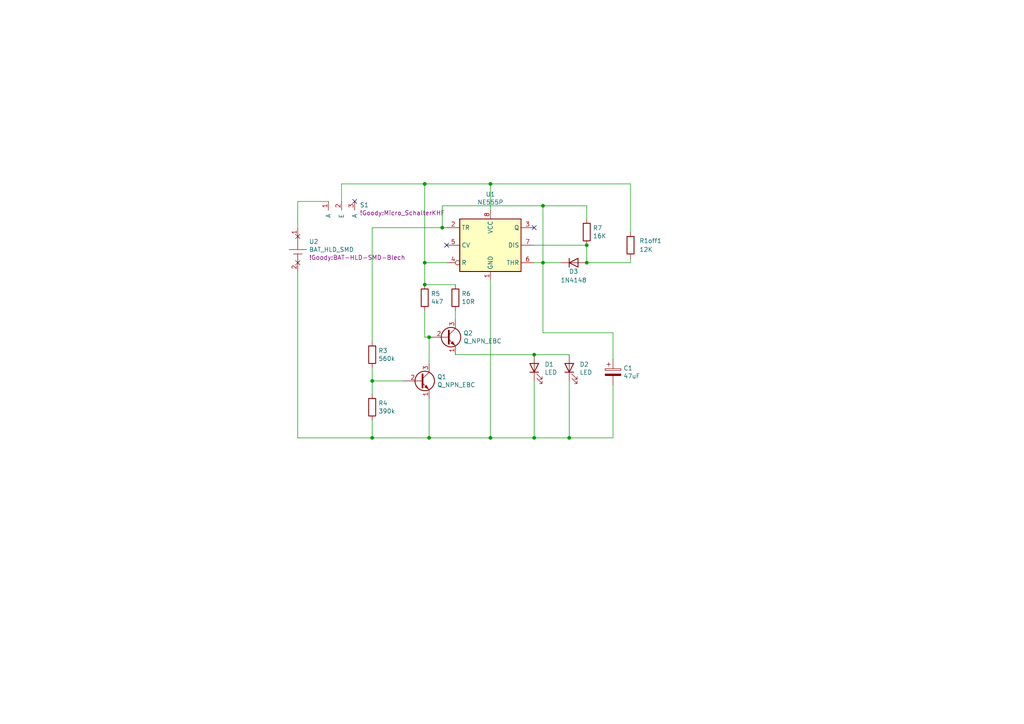
<source format=kicad_sch>
(kicad_sch
	(version 20250114)
	(generator "eeschema")
	(generator_version "9.0")
	(uuid "e22e6835-6b9a-4078-8e1d-bfc6c8c5ed88")
	(paper "A4")
	(lib_symbols
		(symbol "!Goody:BAT_HLD_SMD"
			(pin_names
				(offset 1.016)
			)
			(exclude_from_sim no)
			(in_bom yes)
			(on_board yes)
			(property "Reference" "U"
				(at -5.08 0 0)
				(effects
					(font
						(size 1.27 1.27)
					)
				)
			)
			(property "Value" "BAT_HLD_SMD"
				(at -10.16 3.81 0)
				(effects
					(font
						(size 1.27 1.27)
					)
				)
			)
			(property "Footprint" "KHF_LIB:BAT-HLD-SMD"
				(at -15.24 6.35 0)
				(effects
					(font
						(size 1.27 1.27)
					)
				)
			)
			(property "Datasheet" ""
				(at -5.08 0 0)
				(effects
					(font
						(size 1.27 1.27)
					)
					(hide yes)
				)
			)
			(property "Description" "2032 SMD"
				(at 0 0 0)
				(effects
					(font
						(size 1.27 1.27)
					)
					(hide yes)
				)
			)
			(symbol "BAT_HLD_SMD_0_1"
				(rectangle
					(start -1.27 0)
					(end -2.54 0)
					(stroke
						(width 0)
						(type solid)
					)
					(fill
						(type none)
					)
				)
				(rectangle
					(start -1.27 0)
					(end 1.27 0)
					(stroke
						(width 0)
						(type solid)
					)
					(fill
						(type none)
					)
				)
				(rectangle
					(start -1.27 -1.27)
					(end 1.27 -1.27)
					(stroke
						(width 0)
						(type solid)
					)
					(fill
						(type none)
					)
				)
				(polyline
					(pts
						(xy 0 0) (xy 0 3.81)
					)
					(stroke
						(width 0)
						(type solid)
					)
					(fill
						(type none)
					)
				)
				(polyline
					(pts
						(xy 0 -3.81) (xy 0 -1.27)
					)
					(stroke
						(width 0)
						(type solid)
					)
					(fill
						(type none)
					)
				)
				(polyline
					(pts
						(xy 1.27 0) (xy 2.54 0)
					)
					(stroke
						(width 0)
						(type solid)
					)
					(fill
						(type none)
					)
				)
			)
			(symbol "BAT_HLD_SMD_1_1"
				(pin power_out non_logic
					(at 0 6.35 270)
					(length 2.54)
					(name "~"
						(effects
							(font
								(size 1.27 1.27)
							)
						)
					)
					(number "1"
						(effects
							(font
								(size 1.27 1.27)
							)
						)
					)
				)
				(pin power_out non_logic
					(at 0 -6.35 90)
					(length 2.54)
					(name "~"
						(effects
							(font
								(size 1.27 1.27)
							)
						)
					)
					(number "2"
						(effects
							(font
								(size 1.27 1.27)
							)
						)
					)
				)
			)
			(embedded_fonts no)
		)
		(symbol "!Goody:ELKO"
			(pin_numbers
				(hide yes)
			)
			(pin_names
				(offset 0.254)
			)
			(exclude_from_sim no)
			(in_bom yes)
			(on_board yes)
			(property "Reference" "C"
				(at 0.635 2.54 0)
				(effects
					(font
						(size 1.27 1.27)
					)
					(justify left)
				)
			)
			(property "Value" "ELKO"
				(at 0.635 -2.54 0)
				(effects
					(font
						(size 1.27 1.27)
					)
					(justify left)
				)
			)
			(property "Footprint" ""
				(at 0.9652 -3.81 0)
				(effects
					(font
						(size 1.27 1.27)
					)
					(hide yes)
				)
			)
			(property "Datasheet" "~"
				(at 0 0 0)
				(effects
					(font
						(size 1.27 1.27)
					)
					(hide yes)
				)
			)
			(property "Description" "ELKO"
				(at 0 0 0)
				(effects
					(font
						(size 1.27 1.27)
					)
					(hide yes)
				)
			)
			(property "ki_keywords" "cap capacitor"
				(at 0 0 0)
				(effects
					(font
						(size 1.27 1.27)
					)
					(hide yes)
				)
			)
			(property "ki_fp_filters" "CP_*"
				(at 0 0 0)
				(effects
					(font
						(size 1.27 1.27)
					)
					(hide yes)
				)
			)
			(symbol "ELKO_0_1"
				(rectangle
					(start -2.286 0.508)
					(end 2.286 1.016)
					(stroke
						(width 0)
						(type solid)
					)
					(fill
						(type none)
					)
				)
				(polyline
					(pts
						(xy -1.778 2.286) (xy -0.762 2.286)
					)
					(stroke
						(width 0)
						(type solid)
					)
					(fill
						(type none)
					)
				)
				(polyline
					(pts
						(xy -1.27 2.794) (xy -1.27 1.778)
					)
					(stroke
						(width 0)
						(type solid)
					)
					(fill
						(type none)
					)
				)
				(rectangle
					(start 2.286 -0.508)
					(end -2.286 -1.016)
					(stroke
						(width 0)
						(type solid)
					)
					(fill
						(type outline)
					)
				)
			)
			(symbol "ELKO_1_1"
				(pin passive line
					(at 0 3.81 270)
					(length 2.794)
					(name "~"
						(effects
							(font
								(size 1.27 1.27)
							)
						)
					)
					(number "1"
						(effects
							(font
								(size 1.27 1.27)
							)
						)
					)
				)
				(pin passive line
					(at 0 -3.81 90)
					(length 2.794)
					(name "~"
						(effects
							(font
								(size 1.27 1.27)
							)
						)
					)
					(number "2"
						(effects
							(font
								(size 1.27 1.27)
							)
						)
					)
				)
			)
			(embedded_fonts no)
		)
		(symbol "!Goody:LED"
			(pin_numbers
				(hide yes)
			)
			(pin_names
				(offset 1.016)
				(hide yes)
			)
			(exclude_from_sim no)
			(in_bom yes)
			(on_board yes)
			(property "Reference" "D"
				(at 0 2.54 0)
				(effects
					(font
						(size 1.27 1.27)
					)
				)
			)
			(property "Value" "LED"
				(at 2.54 -2.54 90)
				(effects
					(font
						(size 1.27 1.27)
					)
				)
			)
			(property "Footprint" "LED_THT:LED_D5.0mm"
				(at 0 5.08 0)
				(effects
					(font
						(size 1.27 1.27)
					)
					(hide yes)
				)
			)
			(property "Datasheet" ""
				(at 0 -2.54 90)
				(effects
					(font
						(size 1.27 1.27)
					)
					(hide yes)
				)
			)
			(property "Description" "LED 5mm"
				(at 0 0 0)
				(effects
					(font
						(size 1.27 1.27)
					)
					(hide yes)
				)
			)
			(property "ki_fp_filters" "LED* LED_SMD:* LED_THT:*"
				(at 0 0 0)
				(effects
					(font
						(size 1.27 1.27)
					)
					(hide yes)
				)
			)
			(symbol "LED_0_1"
				(polyline
					(pts
						(xy 0 -3.81) (xy 0 -1.27)
					)
					(stroke
						(width 0)
						(type solid)
					)
					(fill
						(type none)
					)
				)
				(polyline
					(pts
						(xy 0.762 -4.318) (xy 2.286 -5.842) (xy 2.286 -5.08) (xy 2.286 -5.842) (xy 1.524 -5.842)
					)
					(stroke
						(width 0)
						(type solid)
					)
					(fill
						(type none)
					)
				)
				(polyline
					(pts
						(xy 0.762 -5.588) (xy 2.286 -7.112) (xy 2.286 -6.35) (xy 2.286 -7.112) (xy 1.524 -7.112)
					)
					(stroke
						(width 0)
						(type solid)
					)
					(fill
						(type none)
					)
				)
				(polyline
					(pts
						(xy 1.27 -1.27) (xy -1.27 -1.27) (xy 0 -3.81) (xy 1.27 -1.27)
					)
					(stroke
						(width 0.254)
						(type solid)
					)
					(fill
						(type none)
					)
				)
				(polyline
					(pts
						(xy 1.27 -3.81) (xy -1.27 -3.81)
					)
					(stroke
						(width 0.254)
						(type solid)
					)
					(fill
						(type none)
					)
				)
			)
			(symbol "LED_1_1"
				(pin passive line
					(at 0 1.27 270)
					(length 2.54)
					(name "A"
						(effects
							(font
								(size 1.27 1.27)
							)
						)
					)
					(number "2"
						(effects
							(font
								(size 1.27 1.27)
							)
						)
					)
				)
				(pin passive line
					(at 0 -6.35 90)
					(length 2.54)
					(name "K"
						(effects
							(font
								(size 1.27 1.27)
							)
						)
					)
					(number "1"
						(effects
							(font
								(size 1.27 1.27)
							)
						)
					)
				)
			)
			(embedded_fonts no)
		)
		(symbol "!Goody:Micro_Schalter"
			(pin_names
				(offset 1.016)
			)
			(exclude_from_sim no)
			(in_bom yes)
			(on_board yes)
			(property "Reference" "S"
				(at 0 0 0)
				(effects
					(font
						(size 1.27 1.27)
					)
				)
			)
			(property "Value" "Micro_Schalter"
				(at 0 5.08 0)
				(effects
					(font
						(size 1.27 1.27)
					)
					(hide yes)
				)
			)
			(property "Footprint" "KHF_LIB:Micro_SchalterKHF"
				(at 0 0 0)
				(effects
					(font
						(size 1.27 1.27)
					)
				)
			)
			(property "Datasheet" ""
				(at 0 0 0)
				(effects
					(font
						(size 1.27 1.27)
					)
					(hide yes)
				)
			)
			(property "Description" "Micro_Schalter"
				(at 0 0 0)
				(effects
					(font
						(size 1.27 1.27)
					)
					(hide yes)
				)
			)
			(symbol "Micro_Schalter_1_1"
				(pin passive line
					(at -3.81 -2.54 270)
					(length 2.54)
					(name "A"
						(effects
							(font
								(size 1.27 1.27)
							)
						)
					)
					(number "1"
						(effects
							(font
								(size 1.27 1.27)
							)
						)
					)
				)
				(pin passive line
					(at 0 -2.54 270)
					(length 2.54)
					(name "E"
						(effects
							(font
								(size 1.27 1.27)
							)
						)
					)
					(number "2"
						(effects
							(font
								(size 1.27 1.27)
							)
						)
					)
				)
				(pin passive line
					(at 3.81 -2.54 270)
					(length 2.54)
					(name "A"
						(effects
							(font
								(size 1.27 1.27)
							)
						)
					)
					(number "3"
						(effects
							(font
								(size 1.27 1.27)
							)
						)
					)
				)
			)
			(embedded_fonts no)
		)
		(symbol "!Goody:R"
			(pin_numbers
				(hide yes)
			)
			(pin_names
				(offset 0)
			)
			(exclude_from_sim no)
			(in_bom yes)
			(on_board yes)
			(property "Reference" "R"
				(at 2.032 0 90)
				(effects
					(font
						(size 1.27 1.27)
					)
				)
			)
			(property "Value" "R"
				(at 0 0 90)
				(effects
					(font
						(size 1.27 1.27)
					)
				)
			)
			(property "Footprint" "Resistor_THT:R_Axial_DIN0411_L9.9mm_D3.6mm_P12.70mm_Horizontal"
				(at -1.778 0 90)
				(effects
					(font
						(size 1.27 1.27)
					)
					(hide yes)
				)
			)
			(property "Datasheet" "~"
				(at 0 0 0)
				(effects
					(font
						(size 1.27 1.27)
					)
					(hide yes)
				)
			)
			(property "Description" "Resistor"
				(at 0 0 0)
				(effects
					(font
						(size 1.27 1.27)
					)
					(hide yes)
				)
			)
			(property "ki_keywords" "R res resistor"
				(at 0 0 0)
				(effects
					(font
						(size 1.27 1.27)
					)
					(hide yes)
				)
			)
			(property "ki_fp_filters" "R_*"
				(at 0 0 0)
				(effects
					(font
						(size 1.27 1.27)
					)
					(hide yes)
				)
			)
			(symbol "R_0_1"
				(rectangle
					(start -1.016 -2.54)
					(end 1.016 2.54)
					(stroke
						(width 0.254)
						(type solid)
					)
					(fill
						(type none)
					)
				)
			)
			(symbol "R_1_1"
				(pin passive line
					(at 0 3.81 270)
					(length 1.27)
					(name "~"
						(effects
							(font
								(size 1.27 1.27)
							)
						)
					)
					(number "1"
						(effects
							(font
								(size 1.27 1.27)
							)
						)
					)
				)
				(pin passive line
					(at 0 -3.81 90)
					(length 1.27)
					(name "~"
						(effects
							(font
								(size 1.27 1.27)
							)
						)
					)
					(number "2"
						(effects
							(font
								(size 1.27 1.27)
							)
						)
					)
				)
			)
			(embedded_fonts no)
		)
		(symbol "Device:Q_NPN_EBC"
			(pin_names
				(offset 0)
				(hide yes)
			)
			(exclude_from_sim no)
			(in_bom yes)
			(on_board yes)
			(property "Reference" "Q"
				(at 5.08 1.27 0)
				(effects
					(font
						(size 1.27 1.27)
					)
					(justify left)
				)
			)
			(property "Value" "Q_NPN_EBC"
				(at 5.08 -1.27 0)
				(effects
					(font
						(size 1.27 1.27)
					)
					(justify left)
				)
			)
			(property "Footprint" ""
				(at 5.08 2.54 0)
				(effects
					(font
						(size 1.27 1.27)
					)
					(hide yes)
				)
			)
			(property "Datasheet" "~"
				(at 0 0 0)
				(effects
					(font
						(size 1.27 1.27)
					)
					(hide yes)
				)
			)
			(property "Description" "NPN transistor, emitter/base/collector"
				(at 0 0 0)
				(effects
					(font
						(size 1.27 1.27)
					)
					(hide yes)
				)
			)
			(property "ki_keywords" "transistor NPN"
				(at 0 0 0)
				(effects
					(font
						(size 1.27 1.27)
					)
					(hide yes)
				)
			)
			(symbol "Q_NPN_EBC_0_1"
				(polyline
					(pts
						(xy 0.635 1.905) (xy 0.635 -1.905) (xy 0.635 -1.905)
					)
					(stroke
						(width 0.508)
						(type default)
					)
					(fill
						(type none)
					)
				)
				(polyline
					(pts
						(xy 0.635 0.635) (xy 2.54 2.54)
					)
					(stroke
						(width 0)
						(type default)
					)
					(fill
						(type none)
					)
				)
				(polyline
					(pts
						(xy 0.635 -0.635) (xy 2.54 -2.54) (xy 2.54 -2.54)
					)
					(stroke
						(width 0)
						(type default)
					)
					(fill
						(type none)
					)
				)
				(circle
					(center 1.27 0)
					(radius 2.8194)
					(stroke
						(width 0.254)
						(type default)
					)
					(fill
						(type none)
					)
				)
				(polyline
					(pts
						(xy 1.27 -1.778) (xy 1.778 -1.27) (xy 2.286 -2.286) (xy 1.27 -1.778) (xy 1.27 -1.778)
					)
					(stroke
						(width 0)
						(type default)
					)
					(fill
						(type outline)
					)
				)
			)
			(symbol "Q_NPN_EBC_1_1"
				(pin passive line
					(at -5.08 0 0)
					(length 5.715)
					(name "B"
						(effects
							(font
								(size 1.27 1.27)
							)
						)
					)
					(number "2"
						(effects
							(font
								(size 1.27 1.27)
							)
						)
					)
				)
				(pin passive line
					(at 2.54 5.08 270)
					(length 2.54)
					(name "C"
						(effects
							(font
								(size 1.27 1.27)
							)
						)
					)
					(number "3"
						(effects
							(font
								(size 1.27 1.27)
							)
						)
					)
				)
				(pin passive line
					(at 2.54 -5.08 90)
					(length 2.54)
					(name "E"
						(effects
							(font
								(size 1.27 1.27)
							)
						)
					)
					(number "1"
						(effects
							(font
								(size 1.27 1.27)
							)
						)
					)
				)
			)
			(embedded_fonts no)
		)
		(symbol "Diode:1N4148"
			(pin_numbers
				(hide yes)
			)
			(pin_names
				(hide yes)
			)
			(exclude_from_sim no)
			(in_bom yes)
			(on_board yes)
			(property "Reference" "D"
				(at 0 2.54 0)
				(effects
					(font
						(size 1.27 1.27)
					)
				)
			)
			(property "Value" "1N4148"
				(at 0 -2.54 0)
				(effects
					(font
						(size 1.27 1.27)
					)
				)
			)
			(property "Footprint" "Diode_THT:D_DO-35_SOD27_P7.62mm_Horizontal"
				(at 0 0 0)
				(effects
					(font
						(size 1.27 1.27)
					)
					(hide yes)
				)
			)
			(property "Datasheet" "https://assets.nexperia.com/documents/data-sheet/1N4148_1N4448.pdf"
				(at 0 0 0)
				(effects
					(font
						(size 1.27 1.27)
					)
					(hide yes)
				)
			)
			(property "Description" "100V 0.15A standard switching diode, DO-35"
				(at 0 0 0)
				(effects
					(font
						(size 1.27 1.27)
					)
					(hide yes)
				)
			)
			(property "Sim.Device" "D"
				(at 0 0 0)
				(effects
					(font
						(size 1.27 1.27)
					)
					(hide yes)
				)
			)
			(property "Sim.Pins" "1=K 2=A"
				(at 0 0 0)
				(effects
					(font
						(size 1.27 1.27)
					)
					(hide yes)
				)
			)
			(property "ki_keywords" "diode"
				(at 0 0 0)
				(effects
					(font
						(size 1.27 1.27)
					)
					(hide yes)
				)
			)
			(property "ki_fp_filters" "D*DO?35*"
				(at 0 0 0)
				(effects
					(font
						(size 1.27 1.27)
					)
					(hide yes)
				)
			)
			(symbol "1N4148_0_1"
				(polyline
					(pts
						(xy -1.27 1.27) (xy -1.27 -1.27)
					)
					(stroke
						(width 0.254)
						(type default)
					)
					(fill
						(type none)
					)
				)
				(polyline
					(pts
						(xy 1.27 1.27) (xy 1.27 -1.27) (xy -1.27 0) (xy 1.27 1.27)
					)
					(stroke
						(width 0.254)
						(type default)
					)
					(fill
						(type none)
					)
				)
				(polyline
					(pts
						(xy 1.27 0) (xy -1.27 0)
					)
					(stroke
						(width 0)
						(type default)
					)
					(fill
						(type none)
					)
				)
			)
			(symbol "1N4148_1_1"
				(pin passive line
					(at -3.81 0 0)
					(length 2.54)
					(name "K"
						(effects
							(font
								(size 1.27 1.27)
							)
						)
					)
					(number "1"
						(effects
							(font
								(size 1.27 1.27)
							)
						)
					)
				)
				(pin passive line
					(at 3.81 0 180)
					(length 2.54)
					(name "A"
						(effects
							(font
								(size 1.27 1.27)
							)
						)
					)
					(number "2"
						(effects
							(font
								(size 1.27 1.27)
							)
						)
					)
				)
			)
			(embedded_fonts no)
		)
		(symbol "Timer:NE555P"
			(exclude_from_sim no)
			(in_bom yes)
			(on_board yes)
			(property "Reference" "U"
				(at -10.16 8.89 0)
				(effects
					(font
						(size 1.27 1.27)
					)
					(justify left)
				)
			)
			(property "Value" "NE555P"
				(at 2.54 8.89 0)
				(effects
					(font
						(size 1.27 1.27)
					)
					(justify left)
				)
			)
			(property "Footprint" "Package_DIP:DIP-8_W7.62mm"
				(at 16.51 -10.16 0)
				(effects
					(font
						(size 1.27 1.27)
					)
					(hide yes)
				)
			)
			(property "Datasheet" "http://www.ti.com/lit/ds/symlink/ne555.pdf"
				(at 21.59 -10.16 0)
				(effects
					(font
						(size 1.27 1.27)
					)
					(hide yes)
				)
			)
			(property "Description" "Precision Timers, 555 compatible,  PDIP-8"
				(at 0 0 0)
				(effects
					(font
						(size 1.27 1.27)
					)
					(hide yes)
				)
			)
			(property "ki_keywords" "single timer 555"
				(at 0 0 0)
				(effects
					(font
						(size 1.27 1.27)
					)
					(hide yes)
				)
			)
			(property "ki_fp_filters" "DIP*W7.62mm*"
				(at 0 0 0)
				(effects
					(font
						(size 1.27 1.27)
					)
					(hide yes)
				)
			)
			(symbol "NE555P_0_0"
				(pin power_in line
					(at 0 10.16 270)
					(length 2.54)
					(name "VCC"
						(effects
							(font
								(size 1.27 1.27)
							)
						)
					)
					(number "8"
						(effects
							(font
								(size 1.27 1.27)
							)
						)
					)
				)
				(pin power_in line
					(at 0 -10.16 90)
					(length 2.54)
					(name "GND"
						(effects
							(font
								(size 1.27 1.27)
							)
						)
					)
					(number "1"
						(effects
							(font
								(size 1.27 1.27)
							)
						)
					)
				)
			)
			(symbol "NE555P_0_1"
				(rectangle
					(start -8.89 -7.62)
					(end 8.89 7.62)
					(stroke
						(width 0.254)
						(type default)
					)
					(fill
						(type background)
					)
				)
				(rectangle
					(start -8.89 -7.62)
					(end 8.89 7.62)
					(stroke
						(width 0.254)
						(type default)
					)
					(fill
						(type background)
					)
				)
			)
			(symbol "NE555P_1_1"
				(pin input line
					(at -12.7 5.08 0)
					(length 3.81)
					(name "TR"
						(effects
							(font
								(size 1.27 1.27)
							)
						)
					)
					(number "2"
						(effects
							(font
								(size 1.27 1.27)
							)
						)
					)
				)
				(pin input line
					(at -12.7 0 0)
					(length 3.81)
					(name "CV"
						(effects
							(font
								(size 1.27 1.27)
							)
						)
					)
					(number "5"
						(effects
							(font
								(size 1.27 1.27)
							)
						)
					)
				)
				(pin input inverted
					(at -12.7 -5.08 0)
					(length 3.81)
					(name "R"
						(effects
							(font
								(size 1.27 1.27)
							)
						)
					)
					(number "4"
						(effects
							(font
								(size 1.27 1.27)
							)
						)
					)
				)
				(pin output line
					(at 12.7 5.08 180)
					(length 3.81)
					(name "Q"
						(effects
							(font
								(size 1.27 1.27)
							)
						)
					)
					(number "3"
						(effects
							(font
								(size 1.27 1.27)
							)
						)
					)
				)
				(pin input line
					(at 12.7 0 180)
					(length 3.81)
					(name "DIS"
						(effects
							(font
								(size 1.27 1.27)
							)
						)
					)
					(number "7"
						(effects
							(font
								(size 1.27 1.27)
							)
						)
					)
				)
				(pin input line
					(at 12.7 -5.08 180)
					(length 3.81)
					(name "THR"
						(effects
							(font
								(size 1.27 1.27)
							)
						)
					)
					(number "6"
						(effects
							(font
								(size 1.27 1.27)
							)
						)
					)
				)
			)
			(embedded_fonts no)
		)
	)
	(junction
		(at 124.46 127)
		(diameter 0)
		(color 0 0 0 0)
		(uuid "0f2eece9-2c0f-48b7-ab34-1ab5501ffb9f")
	)
	(junction
		(at 107.95 127)
		(diameter 0)
		(color 0 0 0 0)
		(uuid "1f38e4d6-49e1-4d73-a65d-a8d0d210d746")
	)
	(junction
		(at 142.24 127)
		(diameter 0)
		(color 0 0 0 0)
		(uuid "1fcfd441-3fef-48db-88ca-95bb115f09db")
	)
	(junction
		(at 154.94 127)
		(diameter 0)
		(color 0 0 0 0)
		(uuid "274ca8c8-5743-412e-8996-9162b0a4c02f")
	)
	(junction
		(at 170.18 76.2)
		(diameter 0)
		(color 0 0 0 0)
		(uuid "2deb9044-36eb-41de-94ea-c3330d4276f1")
	)
	(junction
		(at 157.48 59.69)
		(diameter 0)
		(color 0 0 0 0)
		(uuid "35376f90-6abb-41fb-b9c1-ed6111040e4a")
	)
	(junction
		(at 123.19 82.55)
		(diameter 0)
		(color 0 0 0 0)
		(uuid "4d1d708f-b641-47fb-a483-ddc83f198ff3")
	)
	(junction
		(at 124.46 97.79)
		(diameter 0)
		(color 0 0 0 0)
		(uuid "4dde1447-f063-4ecf-bfea-68c8291c5136")
	)
	(junction
		(at 107.95 110.49)
		(diameter 0)
		(color 0 0 0 0)
		(uuid "848e7550-dc65-42a8-879b-a718661e3e27")
	)
	(junction
		(at 123.19 53.34)
		(diameter 0)
		(color 0 0 0 0)
		(uuid "9380eecb-de9e-49cb-b191-61ae17f184a0")
	)
	(junction
		(at 142.24 53.34)
		(diameter 0)
		(color 0 0 0 0)
		(uuid "9a33065b-04fa-4736-b6ba-15ce605ef2aa")
	)
	(junction
		(at 170.18 71.12)
		(diameter 0)
		(color 0 0 0 0)
		(uuid "af45ac70-6651-4232-bb83-cd5b6cf96f3a")
	)
	(junction
		(at 128.27 66.04)
		(diameter 0)
		(color 0 0 0 0)
		(uuid "c77e7259-019f-416d-a7d1-4afd0b44f0ab")
	)
	(junction
		(at 165.1 127)
		(diameter 0)
		(color 0 0 0 0)
		(uuid "da8d57e8-1123-47a3-a021-5950d7501809")
	)
	(junction
		(at 154.94 102.87)
		(diameter 0)
		(color 0 0 0 0)
		(uuid "e0d12e1e-86bb-4ede-b5b5-cbd4b814355a")
	)
	(junction
		(at 123.19 76.2)
		(diameter 0)
		(color 0 0 0 0)
		(uuid "e2dc1656-c6cb-4114-a88d-ed6fe5438820")
	)
	(junction
		(at 157.48 76.2)
		(diameter 0)
		(color 0 0 0 0)
		(uuid "ee0ddd54-751a-439c-8c56-8696a5dded20")
	)
	(no_connect
		(at 154.94 66.04)
		(uuid "6274b347-af1e-4951-8b95-b24cb3bb1fe1")
	)
	(no_connect
		(at 102.87 58.42)
		(uuid "af44c270-957e-490c-85a5-d0f2dbe4b53a")
	)
	(no_connect
		(at 129.54 71.12)
		(uuid "c59ad577-df03-46e3-aebf-c4db83242c51")
	)
	(wire
		(pts
			(xy 107.95 127) (xy 124.46 127)
		)
		(stroke
			(width 0)
			(type default)
		)
		(uuid "009ce559-b3d6-4c34-a544-76a1cbff56c3")
	)
	(wire
		(pts
			(xy 124.46 115.57) (xy 124.46 127)
		)
		(stroke
			(width 0)
			(type default)
		)
		(uuid "0654dd48-733a-4f5e-abca-bee1cbed2588")
	)
	(wire
		(pts
			(xy 157.48 76.2) (xy 154.94 76.2)
		)
		(stroke
			(width 0)
			(type default)
		)
		(uuid "0c385b04-cf71-4705-80d9-06b7eb52c707")
	)
	(wire
		(pts
			(xy 124.46 97.79) (xy 124.46 105.41)
		)
		(stroke
			(width 0)
			(type default)
		)
		(uuid "11f7b890-cab6-4c3b-928e-1572bfc9a4da")
	)
	(wire
		(pts
			(xy 165.1 127) (xy 165.1 110.49)
		)
		(stroke
			(width 0)
			(type default)
		)
		(uuid "1aee8eb1-0e7d-4d60-8c55-3ea1ba260db3")
	)
	(wire
		(pts
			(xy 157.48 96.52) (xy 177.8 96.52)
		)
		(stroke
			(width 0)
			(type default)
		)
		(uuid "1b0d2cbd-0303-4ad5-8f93-e3c9efb19719")
	)
	(wire
		(pts
			(xy 128.27 66.04) (xy 129.54 66.04)
		)
		(stroke
			(width 0)
			(type default)
		)
		(uuid "1b1c7dcc-59dd-412d-915e-c731db893118")
	)
	(wire
		(pts
			(xy 107.95 66.04) (xy 128.27 66.04)
		)
		(stroke
			(width 0)
			(type default)
		)
		(uuid "20121eb9-48ff-4ece-9e05-3ebdbb67ac9c")
	)
	(wire
		(pts
			(xy 107.95 110.49) (xy 107.95 106.68)
		)
		(stroke
			(width 0)
			(type default)
		)
		(uuid "2307ac96-2201-4598-8606-00e91b651298")
	)
	(wire
		(pts
			(xy 157.48 59.69) (xy 128.27 59.69)
		)
		(stroke
			(width 0)
			(type default)
		)
		(uuid "2ba41703-2d75-4fd4-bc09-67064869072e")
	)
	(wire
		(pts
			(xy 132.08 92.71) (xy 132.08 90.17)
		)
		(stroke
			(width 0)
			(type default)
		)
		(uuid "31334d63-086f-4176-8c20-75c137266f86")
	)
	(wire
		(pts
			(xy 86.36 78.74) (xy 86.36 127)
		)
		(stroke
			(width 0)
			(type default)
		)
		(uuid "31d4c747-335f-455d-b28b-d7bde0a7619b")
	)
	(wire
		(pts
			(xy 107.95 114.3) (xy 107.95 110.49)
		)
		(stroke
			(width 0)
			(type default)
		)
		(uuid "3992a097-2c6c-491d-a4cc-6ca72f5ec4f7")
	)
	(wire
		(pts
			(xy 128.27 59.69) (xy 128.27 66.04)
		)
		(stroke
			(width 0)
			(type default)
		)
		(uuid "3b3c0e0f-4902-46a1-8a3e-73e76799de12")
	)
	(wire
		(pts
			(xy 107.95 66.04) (xy 107.95 99.06)
		)
		(stroke
			(width 0)
			(type default)
		)
		(uuid "3d25e056-7dad-4815-8e75-e6b1b9046f19")
	)
	(wire
		(pts
			(xy 124.46 127) (xy 142.24 127)
		)
		(stroke
			(width 0)
			(type default)
		)
		(uuid "3ec42259-a30b-4ec6-a757-cbc9a2c3358e")
	)
	(wire
		(pts
			(xy 177.8 111.76) (xy 177.8 127)
		)
		(stroke
			(width 0)
			(type default)
		)
		(uuid "4153622d-87c2-4ab3-9bec-155de554657a")
	)
	(wire
		(pts
			(xy 177.8 127) (xy 165.1 127)
		)
		(stroke
			(width 0)
			(type default)
		)
		(uuid "41f6611a-7ca1-4696-a18c-1bc15aaa2029")
	)
	(wire
		(pts
			(xy 132.08 82.55) (xy 123.19 82.55)
		)
		(stroke
			(width 0)
			(type default)
		)
		(uuid "466e5060-9361-45be-b4fa-db3c0029868e")
	)
	(wire
		(pts
			(xy 142.24 53.34) (xy 142.24 60.96)
		)
		(stroke
			(width 0)
			(type default)
		)
		(uuid "467609a8-8fec-4836-ab6d-96e3aa0ebf82")
	)
	(wire
		(pts
			(xy 157.48 76.2) (xy 157.48 59.69)
		)
		(stroke
			(width 0)
			(type default)
		)
		(uuid "49783cb5-aac8-4a6d-8b68-5756842c5555")
	)
	(wire
		(pts
			(xy 116.84 110.49) (xy 107.95 110.49)
		)
		(stroke
			(width 0)
			(type default)
		)
		(uuid "4c2f977c-01c7-4af8-908d-b4b76c55b48f")
	)
	(wire
		(pts
			(xy 123.19 76.2) (xy 123.19 53.34)
		)
		(stroke
			(width 0)
			(type default)
		)
		(uuid "54e94bb6-0c88-49fe-a8dc-2364654a6641")
	)
	(wire
		(pts
			(xy 107.95 121.92) (xy 107.95 127)
		)
		(stroke
			(width 0)
			(type default)
		)
		(uuid "598de842-ef20-4939-9f88-f862ec32d98c")
	)
	(wire
		(pts
			(xy 86.36 127) (xy 107.95 127)
		)
		(stroke
			(width 0)
			(type default)
		)
		(uuid "64f8d724-b21c-4c36-8b61-521b55839c76")
	)
	(wire
		(pts
			(xy 123.19 53.34) (xy 142.24 53.34)
		)
		(stroke
			(width 0)
			(type default)
		)
		(uuid "6d8433c5-5ecc-4a1a-b3e3-8365d526bb2c")
	)
	(wire
		(pts
			(xy 182.88 76.2) (xy 182.88 74.93)
		)
		(stroke
			(width 0)
			(type default)
		)
		(uuid "7e28d5fe-f740-4fcb-9ae2-d54f738e5cfb")
	)
	(wire
		(pts
			(xy 123.19 82.55) (xy 123.19 76.2)
		)
		(stroke
			(width 0)
			(type default)
		)
		(uuid "8e4b55c7-24c0-40b0-826d-dbf5fb7a43fc")
	)
	(wire
		(pts
			(xy 182.88 53.34) (xy 182.88 67.31)
		)
		(stroke
			(width 0)
			(type default)
		)
		(uuid "9518a724-dfa4-4609-800a-6e2da780e950")
	)
	(wire
		(pts
			(xy 99.06 53.34) (xy 123.19 53.34)
		)
		(stroke
			(width 0)
			(type default)
		)
		(uuid "96eded52-f0dc-456f-8f37-6e3d615d76fe")
	)
	(wire
		(pts
			(xy 177.8 96.52) (xy 177.8 104.14)
		)
		(stroke
			(width 0)
			(type default)
		)
		(uuid "ab328ab4-6e99-41c1-9592-d3bc3493baec")
	)
	(wire
		(pts
			(xy 170.18 71.12) (xy 170.18 76.2)
		)
		(stroke
			(width 0)
			(type default)
		)
		(uuid "acd8c27d-dd37-4c26-87d4-62a360db7552")
	)
	(wire
		(pts
			(xy 170.18 76.2) (xy 182.88 76.2)
		)
		(stroke
			(width 0)
			(type default)
		)
		(uuid "b0deea24-f412-4e5b-aee8-3a10265171d5")
	)
	(wire
		(pts
			(xy 123.19 90.17) (xy 123.19 97.79)
		)
		(stroke
			(width 0)
			(type default)
		)
		(uuid "b422ee29-7ab2-4544-9a1e-2f94e18188ad")
	)
	(wire
		(pts
			(xy 170.18 63.5) (xy 170.18 59.69)
		)
		(stroke
			(width 0)
			(type default)
		)
		(uuid "b5961a4e-c72a-46dc-bbdb-08cbb3ef9a74")
	)
	(wire
		(pts
			(xy 154.94 71.12) (xy 170.18 71.12)
		)
		(stroke
			(width 0)
			(type default)
		)
		(uuid "b98160e2-f582-4302-a7ea-00219a950a6a")
	)
	(wire
		(pts
			(xy 129.54 76.2) (xy 123.19 76.2)
		)
		(stroke
			(width 0)
			(type default)
		)
		(uuid "bfc2d206-bda1-4123-a4f5-60965c6ae37d")
	)
	(wire
		(pts
			(xy 157.48 76.2) (xy 157.48 96.52)
		)
		(stroke
			(width 0)
			(type default)
		)
		(uuid "c0cb10de-2ffe-4eb4-b5e6-3d5bd2e23a2b")
	)
	(wire
		(pts
			(xy 95.25 58.42) (xy 86.36 58.42)
		)
		(stroke
			(width 0)
			(type default)
		)
		(uuid "c0f13484-47aa-439c-b75f-52c10fa64b30")
	)
	(wire
		(pts
			(xy 162.56 76.2) (xy 157.48 76.2)
		)
		(stroke
			(width 0)
			(type default)
		)
		(uuid "c8dd622e-330b-45f2-bc05-af9a466ed763")
	)
	(wire
		(pts
			(xy 86.36 58.42) (xy 86.36 66.04)
		)
		(stroke
			(width 0)
			(type default)
		)
		(uuid "cf30b7eb-0478-44f7-8e56-1a8c76fccc3e")
	)
	(wire
		(pts
			(xy 142.24 81.28) (xy 142.24 127)
		)
		(stroke
			(width 0)
			(type default)
		)
		(uuid "d27de0a7-a797-49de-a5e6-35ebb17abebc")
	)
	(wire
		(pts
			(xy 99.06 58.42) (xy 99.06 53.34)
		)
		(stroke
			(width 0)
			(type default)
		)
		(uuid "d8eb33a6-3956-4767-8e11-53a24f0c3a6b")
	)
	(wire
		(pts
			(xy 154.94 102.87) (xy 165.1 102.87)
		)
		(stroke
			(width 0)
			(type default)
		)
		(uuid "dfd4a46e-977e-4245-9d34-381d5e2dc883")
	)
	(wire
		(pts
			(xy 123.19 97.79) (xy 124.46 97.79)
		)
		(stroke
			(width 0)
			(type default)
		)
		(uuid "e152d83d-834d-486f-9381-b5cece79c886")
	)
	(wire
		(pts
			(xy 154.94 127) (xy 165.1 127)
		)
		(stroke
			(width 0)
			(type default)
		)
		(uuid "e348d0df-079b-43e3-82b6-bebefabd9d2c")
	)
	(wire
		(pts
			(xy 142.24 53.34) (xy 182.88 53.34)
		)
		(stroke
			(width 0)
			(type default)
		)
		(uuid "e3b37005-7a0c-4908-8757-1764e4784a44")
	)
	(wire
		(pts
			(xy 154.94 102.87) (xy 132.08 102.87)
		)
		(stroke
			(width 0)
			(type default)
		)
		(uuid "e6fecba6-06a3-4e1f-bacc-6d96aa756821")
	)
	(wire
		(pts
			(xy 170.18 59.69) (xy 157.48 59.69)
		)
		(stroke
			(width 0)
			(type default)
		)
		(uuid "ef9e3c66-8340-4198-8077-989cace0b115")
	)
	(wire
		(pts
			(xy 142.24 127) (xy 154.94 127)
		)
		(stroke
			(width 0)
			(type default)
		)
		(uuid "f54ea33d-9db5-4e06-8635-80f30fae179a")
	)
	(wire
		(pts
			(xy 154.94 110.49) (xy 154.94 127)
		)
		(stroke
			(width 0)
			(type default)
		)
		(uuid "ffe4159a-0ac3-4389-b758-241923a6ac27")
	)
	(symbol
		(lib_id "Timer:NE555P")
		(at 142.24 71.12 0)
		(unit 1)
		(exclude_from_sim no)
		(in_bom yes)
		(on_board yes)
		(dnp no)
		(uuid "00000000-0000-0000-0000-000064f9f70a")
		(property "Reference" "U1"
			(at 142.24 56.3626 0)
			(effects
				(font
					(size 1.27 1.27)
				)
			)
		)
		(property "Value" "NE555P"
			(at 142.24 58.674 0)
			(effects
				(font
					(size 1.27 1.27)
				)
			)
		)
		(property "Footprint" "Package_DIP:DIP-8_W7.62mm"
			(at 158.75 81.28 0)
			(effects
				(font
					(size 1.27 1.27)
				)
				(hide yes)
			)
		)
		(property "Datasheet" "http://www.ti.com/lit/ds/symlink/ne555.pdf"
			(at 163.83 81.28 0)
			(effects
				(font
					(size 1.27 1.27)
				)
				(hide yes)
			)
		)
		(property "Description" ""
			(at 142.24 71.12 0)
			(effects
				(font
					(size 1.27 1.27)
				)
			)
		)
		(pin "1"
			(uuid "74da7e86-810c-4641-9c88-6b7d5313d3b5")
		)
		(pin "8"
			(uuid "82781818-99dc-4d08-85d7-46dded14e09e")
		)
		(pin "2"
			(uuid "e62b6303-9aaf-44ae-bc70-322bdb6f96e7")
		)
		(pin "3"
			(uuid "cfc6f40a-2cec-48b5-8729-2e11e2055231")
		)
		(pin "4"
			(uuid "c98748ed-9613-4c27-8435-867b0ff98bbf")
		)
		(pin "5"
			(uuid "57bd1888-210c-4a43-84a5-a5601f71e698")
		)
		(pin "6"
			(uuid "540247ba-b4f2-492e-a559-48d695fc28f0")
		)
		(pin "7"
			(uuid "2bdc23b6-88b7-41ca-a97d-0666bc8e85f3")
		)
		(instances
			(project "GrumpyDuck"
				(path "/e22e6835-6b9a-4078-8e1d-bfc6c8c5ed88"
					(reference "U1")
					(unit 1)
				)
			)
		)
	)
	(symbol
		(lib_id "Diode:1N4148")
		(at 166.37 76.2 0)
		(unit 1)
		(exclude_from_sim no)
		(in_bom yes)
		(on_board yes)
		(dnp no)
		(uuid "00000000-0000-0000-0000-000064f9ff5a")
		(property "Reference" "D3"
			(at 166.37 78.74 0)
			(effects
				(font
					(size 1.27 1.27)
				)
			)
		)
		(property "Value" "1N4148"
			(at 166.37 81.28 0)
			(effects
				(font
					(size 1.27 1.27)
				)
			)
		)
		(property "Footprint" "!Goody:1N4147_P7.62mm_Horizontal"
			(at 166.37 80.645 0)
			(effects
				(font
					(size 1.27 1.27)
				)
				(hide yes)
			)
		)
		(property "Datasheet" "https://assets.nexperia.com/documents/data-sheet/1N4148_1N4448.pdf"
			(at 166.37 76.2 0)
			(effects
				(font
					(size 1.27 1.27)
				)
				(hide yes)
			)
		)
		(property "Description" ""
			(at 166.37 76.2 0)
			(effects
				(font
					(size 1.27 1.27)
				)
			)
		)
		(pin "1"
			(uuid "37370d77-697d-4bff-856b-4c6fd6f27aad")
		)
		(pin "2"
			(uuid "5d51d78e-13d8-47d3-bce1-f9e20a41291d")
		)
		(instances
			(project "GrumpyDuck"
				(path "/e22e6835-6b9a-4078-8e1d-bfc6c8c5ed88"
					(reference "D3")
					(unit 1)
				)
			)
		)
	)
	(symbol
		(lib_id "!Goody:ELKO")
		(at 177.8 107.95 0)
		(unit 1)
		(exclude_from_sim no)
		(in_bom yes)
		(on_board yes)
		(dnp no)
		(uuid "00000000-0000-0000-0000-000064fa140e")
		(property "Reference" "C1"
			(at 180.7972 106.7816 0)
			(effects
				(font
					(size 1.27 1.27)
				)
				(justify left)
			)
		)
		(property "Value" "47uF"
			(at 180.7972 109.093 0)
			(effects
				(font
					(size 1.27 1.27)
				)
				(justify left)
			)
		)
		(property "Footprint" "!Goody:C_Radial_D6.3mm_P2.50mm"
			(at 178.7652 111.76 0)
			(effects
				(font
					(size 1.27 1.27)
				)
				(hide yes)
			)
		)
		(property "Datasheet" "~"
			(at 177.8 107.95 0)
			(effects
				(font
					(size 1.27 1.27)
				)
				(hide yes)
			)
		)
		(property "Description" ""
			(at 177.8 107.95 0)
			(effects
				(font
					(size 1.27 1.27)
				)
			)
		)
		(pin "1"
			(uuid "cc7a2b9e-36bf-494c-b880-a2ffc6e74bbc")
		)
		(pin "2"
			(uuid "45431d58-9c01-4cc0-86e1-4d5348bf4fa6")
		)
		(instances
			(project "GrumpyDuck"
				(path "/e22e6835-6b9a-4078-8e1d-bfc6c8c5ed88"
					(reference "C1")
					(unit 1)
				)
			)
		)
	)
	(symbol
		(lib_id "!Goody:R")
		(at 107.95 102.87 0)
		(unit 1)
		(exclude_from_sim no)
		(in_bom yes)
		(on_board yes)
		(dnp no)
		(uuid "00000000-0000-0000-0000-000064fa24a9")
		(property "Reference" "R3"
			(at 109.728 101.7016 0)
			(effects
				(font
					(size 1.27 1.27)
				)
				(justify left)
			)
		)
		(property "Value" "560k"
			(at 109.728 104.013 0)
			(effects
				(font
					(size 1.27 1.27)
				)
				(justify left)
			)
		)
		(property "Footprint" "Resistor_THT:R_Axial_DIN0207_L6.3mm_D2.5mm_P10.16mm_Horizontal"
			(at 106.172 102.87 90)
			(effects
				(font
					(size 1.27 1.27)
				)
				(hide yes)
			)
		)
		(property "Datasheet" "~"
			(at 107.95 102.87 0)
			(effects
				(font
					(size 1.27 1.27)
				)
				(hide yes)
			)
		)
		(property "Description" ""
			(at 107.95 102.87 0)
			(effects
				(font
					(size 1.27 1.27)
				)
			)
		)
		(pin "1"
			(uuid "37da9d2a-80cf-433d-8cb0-19a026ff6e1c")
		)
		(pin "2"
			(uuid "b8ab7582-e1b8-474b-8862-15918d7429a9")
		)
		(instances
			(project "GrumpyDuck"
				(path "/e22e6835-6b9a-4078-8e1d-bfc6c8c5ed88"
					(reference "R3")
					(unit 1)
				)
			)
		)
	)
	(symbol
		(lib_id "!Goody:R")
		(at 107.95 118.11 0)
		(unit 1)
		(exclude_from_sim no)
		(in_bom yes)
		(on_board yes)
		(dnp no)
		(uuid "00000000-0000-0000-0000-000064fa3399")
		(property "Reference" "R4"
			(at 109.728 116.9416 0)
			(effects
				(font
					(size 1.27 1.27)
				)
				(justify left)
			)
		)
		(property "Value" "390k"
			(at 109.728 119.253 0)
			(effects
				(font
					(size 1.27 1.27)
				)
				(justify left)
			)
		)
		(property "Footprint" "Resistor_THT:R_Axial_DIN0207_L6.3mm_D2.5mm_P10.16mm_Horizontal"
			(at 106.172 118.11 90)
			(effects
				(font
					(size 1.27 1.27)
				)
				(hide yes)
			)
		)
		(property "Datasheet" "~"
			(at 107.95 118.11 0)
			(effects
				(font
					(size 1.27 1.27)
				)
				(hide yes)
			)
		)
		(property "Description" ""
			(at 107.95 118.11 0)
			(effects
				(font
					(size 1.27 1.27)
				)
			)
		)
		(pin "1"
			(uuid "1e55646e-c817-4cc3-ba2e-1d9c73a2fbd9")
		)
		(pin "2"
			(uuid "f66c6906-8a08-4a63-a484-fd25b36fcd8d")
		)
		(instances
			(project "GrumpyDuck"
				(path "/e22e6835-6b9a-4078-8e1d-bfc6c8c5ed88"
					(reference "R4")
					(unit 1)
				)
			)
		)
	)
	(symbol
		(lib_id "Device:Q_NPN_EBC")
		(at 121.92 110.49 0)
		(unit 1)
		(exclude_from_sim no)
		(in_bom yes)
		(on_board yes)
		(dnp no)
		(uuid "00000000-0000-0000-0000-000064fa371b")
		(property "Reference" "Q1"
			(at 126.7714 109.3216 0)
			(effects
				(font
					(size 1.27 1.27)
				)
				(justify left)
			)
		)
		(property "Value" "Q_NPN_EBC"
			(at 126.7714 111.633 0)
			(effects
				(font
					(size 1.27 1.27)
				)
				(justify left)
			)
		)
		(property "Footprint" "!Goody:TO-92L_Wide"
			(at 127 107.95 0)
			(effects
				(font
					(size 1.27 1.27)
				)
				(hide yes)
			)
		)
		(property "Datasheet" "~"
			(at 121.92 110.49 0)
			(effects
				(font
					(size 1.27 1.27)
				)
				(hide yes)
			)
		)
		(property "Description" ""
			(at 121.92 110.49 0)
			(effects
				(font
					(size 1.27 1.27)
				)
			)
		)
		(pin "1"
			(uuid "7fa41cff-a3c9-4ad9-8563-eb01d0b7978a")
		)
		(pin "2"
			(uuid "91373526-9628-48a1-bbc2-ffb32b960ef3")
		)
		(pin "3"
			(uuid "b895d414-5d55-4657-9e61-51dca46af7d4")
		)
		(instances
			(project "GrumpyDuck"
				(path "/e22e6835-6b9a-4078-8e1d-bfc6c8c5ed88"
					(reference "Q1")
					(unit 1)
				)
			)
		)
	)
	(symbol
		(lib_id "Device:Q_NPN_EBC")
		(at 129.54 97.79 0)
		(unit 1)
		(exclude_from_sim no)
		(in_bom yes)
		(on_board yes)
		(dnp no)
		(uuid "00000000-0000-0000-0000-000064fa3d42")
		(property "Reference" "Q2"
			(at 134.3914 96.6216 0)
			(effects
				(font
					(size 1.27 1.27)
				)
				(justify left)
			)
		)
		(property "Value" "Q_NPN_EBC"
			(at 134.3914 98.933 0)
			(effects
				(font
					(size 1.27 1.27)
				)
				(justify left)
			)
		)
		(property "Footprint" "!Goody:TO-92L_Wide"
			(at 134.62 95.25 0)
			(effects
				(font
					(size 1.27 1.27)
				)
				(hide yes)
			)
		)
		(property "Datasheet" "~"
			(at 129.54 97.79 0)
			(effects
				(font
					(size 1.27 1.27)
				)
				(hide yes)
			)
		)
		(property "Description" ""
			(at 129.54 97.79 0)
			(effects
				(font
					(size 1.27 1.27)
				)
			)
		)
		(pin "1"
			(uuid "0248ea93-9795-4051-ae34-71fa941321d5")
		)
		(pin "2"
			(uuid "99d8505e-12a1-4575-9cff-7c06b2d8e8c7")
		)
		(pin "3"
			(uuid "49d796b7-5ce5-4456-bcc8-e1d21dd373cf")
		)
		(instances
			(project "GrumpyDuck"
				(path "/e22e6835-6b9a-4078-8e1d-bfc6c8c5ed88"
					(reference "Q2")
					(unit 1)
				)
			)
		)
	)
	(symbol
		(lib_id "!Goody:LED")
		(at 154.94 104.14 0)
		(unit 1)
		(exclude_from_sim no)
		(in_bom yes)
		(on_board yes)
		(dnp no)
		(uuid "00000000-0000-0000-0000-000064fa754a")
		(property "Reference" "D1"
			(at 157.9372 105.6894 0)
			(effects
				(font
					(size 1.27 1.27)
				)
				(justify left)
			)
		)
		(property "Value" "LED"
			(at 157.9372 108.0008 0)
			(effects
				(font
					(size 1.27 1.27)
				)
				(justify left)
			)
		)
		(property "Footprint" "!Goody:LED_D3.0mm"
			(at 154.94 99.06 0)
			(effects
				(font
					(size 1.27 1.27)
				)
				(hide yes)
			)
		)
		(property "Datasheet" ""
			(at 154.94 106.68 90)
			(effects
				(font
					(size 1.27 1.27)
				)
				(hide yes)
			)
		)
		(property "Description" ""
			(at 154.94 104.14 0)
			(effects
				(font
					(size 1.27 1.27)
				)
			)
		)
		(pin "1"
			(uuid "f42ac44b-9d81-4601-8d06-84e94a9c39c2")
		)
		(pin "2"
			(uuid "f886767c-42c2-4d8b-8351-651c4df1c135")
		)
		(instances
			(project "GrumpyDuck"
				(path "/e22e6835-6b9a-4078-8e1d-bfc6c8c5ed88"
					(reference "D1")
					(unit 1)
				)
			)
		)
	)
	(symbol
		(lib_id "!Goody:LED")
		(at 165.1 104.14 0)
		(unit 1)
		(exclude_from_sim no)
		(in_bom yes)
		(on_board yes)
		(dnp no)
		(uuid "00000000-0000-0000-0000-000064fa7a13")
		(property "Reference" "D2"
			(at 168.0972 105.6894 0)
			(effects
				(font
					(size 1.27 1.27)
				)
				(justify left)
			)
		)
		(property "Value" "LED"
			(at 168.0972 108.0008 0)
			(effects
				(font
					(size 1.27 1.27)
				)
				(justify left)
			)
		)
		(property "Footprint" "!Goody:LED_D3.0mm"
			(at 165.1 99.06 0)
			(effects
				(font
					(size 1.27 1.27)
				)
				(hide yes)
			)
		)
		(property "Datasheet" ""
			(at 165.1 106.68 90)
			(effects
				(font
					(size 1.27 1.27)
				)
				(hide yes)
			)
		)
		(property "Description" ""
			(at 165.1 104.14 0)
			(effects
				(font
					(size 1.27 1.27)
				)
			)
		)
		(pin "1"
			(uuid "5bdbd98f-1ad2-44fb-bf76-316fe2444aea")
		)
		(pin "2"
			(uuid "b50a5ccc-c1cf-4fa2-868c-109d292d7a66")
		)
		(instances
			(project "GrumpyDuck"
				(path "/e22e6835-6b9a-4078-8e1d-bfc6c8c5ed88"
					(reference "D2")
					(unit 1)
				)
			)
		)
	)
	(symbol
		(lib_id "!Goody:BAT_HLD_SMD")
		(at 86.36 72.39 0)
		(unit 1)
		(exclude_from_sim no)
		(in_bom yes)
		(on_board yes)
		(dnp no)
		(uuid "00000000-0000-0000-0000-000064fa7ccc")
		(property "Reference" "U2"
			(at 89.6112 70.0786 0)
			(effects
				(font
					(size 1.27 1.27)
				)
				(justify left)
			)
		)
		(property "Value" "BAT_HLD_SMD"
			(at 89.6112 72.39 0)
			(effects
				(font
					(size 1.27 1.27)
				)
				(justify left)
			)
		)
		(property "Footprint" "!Goody:BAT-HLD-SMD-Blech"
			(at 89.6112 74.7014 0)
			(effects
				(font
					(size 1.27 1.27)
				)
				(justify left)
			)
		)
		(property "Datasheet" ""
			(at 81.28 72.39 0)
			(effects
				(font
					(size 1.27 1.27)
				)
				(hide yes)
			)
		)
		(property "Description" ""
			(at 86.36 72.39 0)
			(effects
				(font
					(size 1.27 1.27)
				)
			)
		)
		(pin "1"
			(uuid "f25eda0b-756a-431d-9307-6cf6a4c32c48")
		)
		(pin "2"
			(uuid "cbd90afc-db02-4a44-a685-e85dc1dbb84e")
		)
		(instances
			(project "GrumpyDuck"
				(path "/e22e6835-6b9a-4078-8e1d-bfc6c8c5ed88"
					(reference "U2")
					(unit 1)
				)
			)
		)
	)
	(symbol
		(lib_id "!Goody:Micro_Schalter")
		(at 99.06 55.88 0)
		(unit 1)
		(exclude_from_sim no)
		(in_bom yes)
		(on_board yes)
		(dnp no)
		(uuid "00000000-0000-0000-0000-000064fa8e01")
		(property "Reference" "S1"
			(at 104.3432 59.4614 0)
			(effects
				(font
					(size 1.27 1.27)
				)
				(justify left)
			)
		)
		(property "Value" "Micro_Schalter"
			(at 99.06 50.8 0)
			(effects
				(font
					(size 1.27 1.27)
				)
				(hide yes)
			)
		)
		(property "Footprint" "!Goody:Micro_SchalterKHF"
			(at 104.3432 61.7728 0)
			(effects
				(font
					(size 1.27 1.27)
				)
				(justify left)
			)
		)
		(property "Datasheet" ""
			(at 99.06 55.88 0)
			(effects
				(font
					(size 1.27 1.27)
				)
				(hide yes)
			)
		)
		(property "Description" ""
			(at 99.06 55.88 0)
			(effects
				(font
					(size 1.27 1.27)
				)
			)
		)
		(pin "1"
			(uuid "c3afef01-ba02-49c8-95d7-1778acbb1937")
		)
		(pin "2"
			(uuid "80d9a9c1-0ebd-46d8-8321-e61236ac320c")
		)
		(pin "3"
			(uuid "619da69a-e421-48f9-80fd-36017b65f181")
		)
		(instances
			(project "GrumpyDuck"
				(path "/e22e6835-6b9a-4078-8e1d-bfc6c8c5ed88"
					(reference "S1")
					(unit 1)
				)
			)
		)
	)
	(symbol
		(lib_id "!Goody:R")
		(at 132.08 86.36 0)
		(unit 1)
		(exclude_from_sim no)
		(in_bom yes)
		(on_board yes)
		(dnp no)
		(uuid "00000000-0000-0000-0000-000064fabe4c")
		(property "Reference" "R6"
			(at 133.858 85.1916 0)
			(effects
				(font
					(size 1.27 1.27)
				)
				(justify left)
			)
		)
		(property "Value" "10R"
			(at 133.858 87.503 0)
			(effects
				(font
					(size 1.27 1.27)
				)
				(justify left)
			)
		)
		(property "Footprint" "Resistor_THT:R_Axial_DIN0207_L6.3mm_D2.5mm_P10.16mm_Horizontal"
			(at 130.302 86.36 90)
			(effects
				(font
					(size 1.27 1.27)
				)
				(hide yes)
			)
		)
		(property "Datasheet" "~"
			(at 132.08 86.36 0)
			(effects
				(font
					(size 1.27 1.27)
				)
				(hide yes)
			)
		)
		(property "Description" ""
			(at 132.08 86.36 0)
			(effects
				(font
					(size 1.27 1.27)
				)
			)
		)
		(pin "1"
			(uuid "7fa17063-c1c2-48a0-b8f6-b06dddf6e620")
		)
		(pin "2"
			(uuid "f5cd1912-01e6-47a5-9306-70a02e47a69c")
		)
		(instances
			(project "GrumpyDuck"
				(path "/e22e6835-6b9a-4078-8e1d-bfc6c8c5ed88"
					(reference "R6")
					(unit 1)
				)
			)
		)
	)
	(symbol
		(lib_id "!Goody:R")
		(at 123.19 86.36 0)
		(unit 1)
		(exclude_from_sim no)
		(in_bom yes)
		(on_board yes)
		(dnp no)
		(uuid "00000000-0000-0000-0000-000064fbc7f7")
		(property "Reference" "R5"
			(at 124.968 85.1916 0)
			(effects
				(font
					(size 1.27 1.27)
				)
				(justify left)
			)
		)
		(property "Value" "4k7"
			(at 124.968 87.503 0)
			(effects
				(font
					(size 1.27 1.27)
				)
				(justify left)
			)
		)
		(property "Footprint" "Resistor_THT:R_Axial_DIN0207_L6.3mm_D2.5mm_P10.16mm_Horizontal"
			(at 121.412 86.36 90)
			(effects
				(font
					(size 1.27 1.27)
				)
				(hide yes)
			)
		)
		(property "Datasheet" "~"
			(at 123.19 86.36 0)
			(effects
				(font
					(size 1.27 1.27)
				)
				(hide yes)
			)
		)
		(property "Description" ""
			(at 123.19 86.36 0)
			(effects
				(font
					(size 1.27 1.27)
				)
			)
		)
		(pin "1"
			(uuid "6cc57605-88b7-48c5-b2d9-7faa9f2cb5a9")
		)
		(pin "2"
			(uuid "b70e8901-855b-4c0b-9c88-0886c104cdb1")
		)
		(instances
			(project "GrumpyDuck"
				(path "/e22e6835-6b9a-4078-8e1d-bfc6c8c5ed88"
					(reference "R5")
					(unit 1)
				)
			)
		)
	)
	(symbol
		(lib_id "!Goody:R")
		(at 170.18 67.31 0)
		(unit 1)
		(exclude_from_sim no)
		(in_bom yes)
		(on_board yes)
		(dnp no)
		(uuid "00000000-0000-0000-0000-0000652252de")
		(property "Reference" "R7"
			(at 171.958 66.1416 0)
			(effects
				(font
					(size 1.27 1.27)
				)
				(justify left)
			)
		)
		(property "Value" "16K"
			(at 171.958 68.453 0)
			(effects
				(font
					(size 1.27 1.27)
				)
				(justify left)
			)
		)
		(property "Footprint" "Resistor_THT:R_Axial_DIN0207_L6.3mm_D2.5mm_P10.16mm_Horizontal"
			(at 168.402 67.31 90)
			(effects
				(font
					(size 1.27 1.27)
				)
				(hide yes)
			)
		)
		(property "Datasheet" "~"
			(at 170.18 67.31 0)
			(effects
				(font
					(size 1.27 1.27)
				)
				(hide yes)
			)
		)
		(property "Description" ""
			(at 170.18 67.31 0)
			(effects
				(font
					(size 1.27 1.27)
				)
			)
		)
		(pin "1"
			(uuid "9c26ede6-94ad-4135-9317-f852d722d237")
		)
		(pin "2"
			(uuid "dd2074fc-009b-4cf1-a08c-ecff84b63f51")
		)
		(instances
			(project "GrumpyDuck"
				(path "/e22e6835-6b9a-4078-8e1d-bfc6c8c5ed88"
					(reference "R7")
					(unit 1)
				)
			)
		)
	)
	(symbol
		(lib_id "!Goody:R")
		(at 182.88 71.12 0)
		(unit 1)
		(exclude_from_sim no)
		(in_bom yes)
		(on_board yes)
		(dnp no)
		(fields_autoplaced yes)
		(uuid "195c4eee-54a3-4fc1-b9c1-5d5b0b87d634")
		(property "Reference" "R1off1"
			(at 185.42 69.85 0)
			(effects
				(font
					(size 1.27 1.27)
				)
				(justify left)
			)
		)
		(property "Value" "12K"
			(at 185.42 72.39 0)
			(effects
				(font
					(size 1.27 1.27)
				)
				(justify left)
			)
		)
		(property "Footprint" "Resistor_THT:R_Axial_DIN0207_L6.3mm_D2.5mm_P10.16mm_Horizontal"
			(at 181.102 71.12 90)
			(effects
				(font
					(size 1.27 1.27)
				)
				(hide yes)
			)
		)
		(property "Datasheet" "~"
			(at 182.88 71.12 0)
			(effects
				(font
					(size 1.27 1.27)
				)
				(hide yes)
			)
		)
		(property "Description" ""
			(at 182.88 71.12 0)
			(effects
				(font
					(size 1.27 1.27)
				)
			)
		)
		(pin "1"
			(uuid "b3788a46-4665-4a54-8ce0-0f098bef6310")
		)
		(pin "2"
			(uuid "8a441641-a24a-42e9-a536-4a4087b100c1")
		)
		(instances
			(project "GrumpyDuck"
				(path "/e22e6835-6b9a-4078-8e1d-bfc6c8c5ed88"
					(reference "R1off1")
					(unit 1)
				)
			)
		)
	)
	(sheet_instances
		(path "/"
			(page "1")
		)
	)
	(embedded_fonts no)
)

</source>
